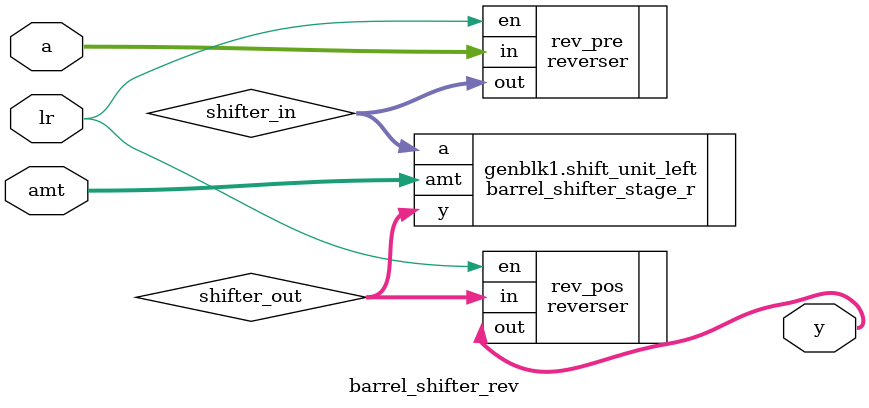
<source format=v>

module barrel_shifter_rev
   #(
    parameter N=8,
    parameter M=3
    )
    (
    input  wire[N-1:0] a,
    input  wire[M-1:0] amt,
    input  wire        lr,   // left is 1, right is 0
    output wire[N-1:0] y
    );
    
    // internal signal declaration
    wire[N-1:0] shifter_in, shifter_out;

    // instantiate shifters depending on bit width
    generate
        if (N == 8)
            barrel_shifter_stage_r shift_unit_left
                (.a(shifter_in), .amt(amt), .y(shifter_out));
        else if (N == 16)
            barrel_shifter_stage_r_16b shift_unit_left
                (.a(shifter_in), .amt(amt), .y(shifter_out));
        else if (N == 32)
            barrel_shifter_stage_r_32b shift_unit_left
                 (.a(shifter_in), .amt(amt), .y(shifter_out));
    endgenerate

    // instantiate reversers
    reverser #(.N(N)) rev_pre (.in(a), .en(lr), .out(shifter_in));
    reverser #(.N(N)) rev_pos (.in(shifter_out), .en(lr), .out(y));

endmodule

</source>
